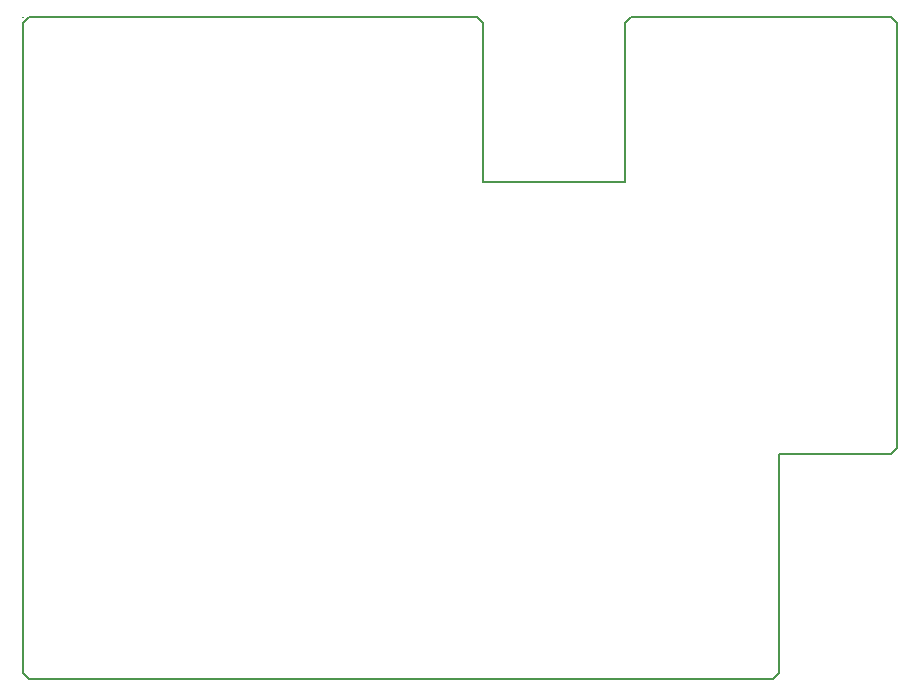
<source format=gbr>
G04 (created by PCBNEW (2013-07-07 BZR 4022)-stable) date 11/09/2013 12:50:20*
%MOIN*%
G04 Gerber Fmt 3.4, Leading zero omitted, Abs format*
%FSLAX34Y34*%
G01*
G70*
G90*
G04 APERTURE LIST*
%ADD10C,0.00590551*%
G04 APERTURE END LIST*
G54D10*
X0Y0D02*
G75*
G03X0Y0I0J0D01*
G74*
G01*
X0Y0D02*
X0Y0D01*
X0Y0D02*
X0Y0D01*
X196Y-22047D02*
X25000Y-22047D01*
X0Y-196D02*
X0Y-21850D01*
X15157Y0D02*
X196Y0D01*
X29133Y-14370D02*
X29133Y-196D01*
X25196Y-14566D02*
X28937Y-14566D01*
X25196Y-21850D02*
X25196Y-14566D01*
X0Y-196D02*
X196Y0D01*
X196Y-22047D02*
X0Y-21850D01*
X25196Y-21850D02*
X25000Y-22047D01*
X29133Y-14370D02*
X28937Y-14566D01*
X28937Y0D02*
X29133Y-196D01*
X20275Y0D02*
X28937Y0D01*
X20078Y-196D02*
X20275Y0D01*
X20078Y-5118D02*
X20078Y-196D01*
X20078Y-5511D02*
X20078Y-5118D01*
X15354Y-5511D02*
X20078Y-5511D01*
X15354Y-196D02*
X15354Y-5511D01*
X15157Y0D02*
X15354Y-196D01*
M02*

</source>
